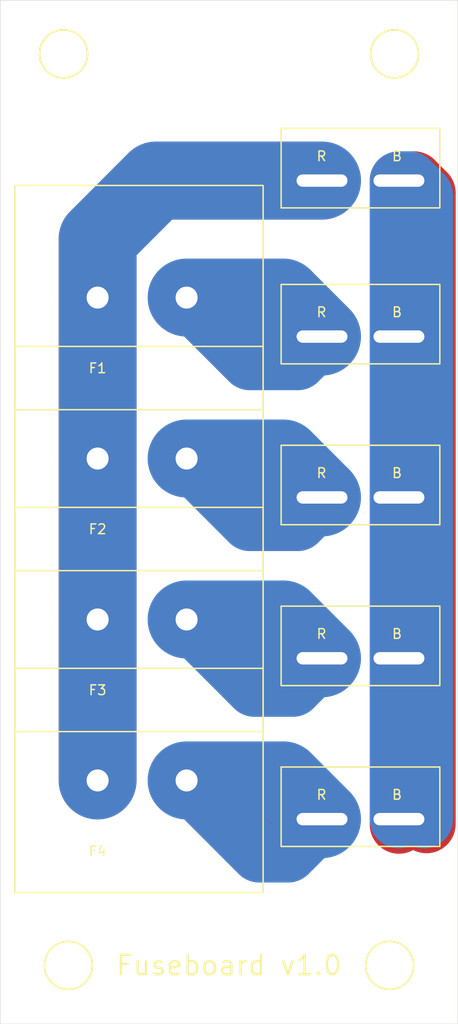
<source format=kicad_pcb>
(kicad_pcb (version 20171130) (host pcbnew 5.1.2-f72e74a~84~ubuntu18.04.1)

  (general
    (thickness 1.6)
    (drawings 5)
    (tracks 68)
    (zones 0)
    (modules 13)
    (nets 7)
  )

  (page A4)
  (layers
    (0 F.Cu signal)
    (31 B.Cu signal)
    (32 B.Adhes user)
    (33 F.Adhes user)
    (34 B.Paste user)
    (35 F.Paste user)
    (36 B.SilkS user)
    (37 F.SilkS user)
    (38 B.Mask user)
    (39 F.Mask user)
    (40 Dwgs.User user)
    (41 Cmts.User user)
    (42 Eco1.User user)
    (43 Eco2.User user)
    (44 Edge.Cuts user)
    (45 Margin user)
    (46 B.CrtYd user)
    (47 F.CrtYd user)
    (48 B.Fab user)
    (49 F.Fab user)
  )

  (setup
    (last_trace_width 6)
    (user_trace_width 0.5)
    (user_trace_width 0.75)
    (user_trace_width 1)
    (user_trace_width 2)
    (user_trace_width 3)
    (user_trace_width 4)
    (user_trace_width 5)
    (user_trace_width 6)
    (user_trace_width 8)
    (user_trace_width 10)
    (trace_clearance 0.2)
    (zone_clearance 0.508)
    (zone_45_only no)
    (trace_min 0.2)
    (via_size 0.8)
    (via_drill 0.4)
    (via_min_size 0.4)
    (via_min_drill 0.3)
    (uvia_size 0.3)
    (uvia_drill 0.1)
    (uvias_allowed no)
    (uvia_min_size 0.2)
    (uvia_min_drill 0.1)
    (edge_width 0.05)
    (segment_width 0.2)
    (pcb_text_width 0.3)
    (pcb_text_size 1.5 1.5)
    (mod_edge_width 0.12)
    (mod_text_size 1 1)
    (mod_text_width 0.15)
    (pad_size 1.524 1.524)
    (pad_drill 0.762)
    (pad_to_mask_clearance 0.051)
    (solder_mask_min_width 0.25)
    (aux_axis_origin 0 0)
    (visible_elements FFFFFF7F)
    (pcbplotparams
      (layerselection 0x010fc_ffffffff)
      (usegerberextensions false)
      (usegerberattributes false)
      (usegerberadvancedattributes false)
      (creategerberjobfile false)
      (excludeedgelayer true)
      (linewidth 0.100000)
      (plotframeref false)
      (viasonmask false)
      (mode 1)
      (useauxorigin false)
      (hpglpennumber 1)
      (hpglpenspeed 20)
      (hpglpendiameter 15.000000)
      (psnegative false)
      (psa4output false)
      (plotreference false)
      (plotvalue false)
      (plotinvisibletext false)
      (padsonsilk false)
      (subtractmaskfromsilk false)
      (outputformat 1)
      (mirror false)
      (drillshape 0)
      (scaleselection 1)
      (outputdirectory "gerber"))
  )

  (net 0 "")
  (net 1 "Net-(F1-Pad1)")
  (net 2 "Net-(F1-Pad2)")
  (net 3 "Net-(F2-Pad2)")
  (net 4 "Net-(F3-Pad2)")
  (net 5 "Net-(F4-Pad2)")
  (net 6 "Net-(J1-Pad2)")

  (net_class Default "This is the default net class."
    (clearance 0.2)
    (trace_width 0.25)
    (via_dia 0.8)
    (via_drill 0.4)
    (uvia_dia 0.3)
    (uvia_drill 0.1)
    (add_net "Net-(F1-Pad1)")
    (add_net "Net-(F1-Pad2)")
    (add_net "Net-(F2-Pad2)")
    (add_net "Net-(F3-Pad2)")
    (add_net "Net-(F4-Pad2)")
    (add_net "Net-(J1-Pad2)")
  )

  (module homebrew:KEYSTONE_3560_ATC_FUSE (layer F.Cu) (tedit 5CD25E1F) (tstamp 5CD38087)
    (at 85 85)
    (path /5CD4A729)
    (fp_text reference F1 (at 0 7.25) (layer F.SilkS)
      (effects (font (size 1 1) (thickness 0.15)))
    )
    (fp_text value POWER_FUSE (at 3.75 -8.25) (layer F.Fab)
      (effects (font (size 1 1) (thickness 0.15)))
    )
    (fp_line (start -8.5 -11.5) (end -8.5 11.5) (layer F.SilkS) (width 0.15))
    (fp_line (start -8.5 11.5) (end 17 11.5) (layer F.SilkS) (width 0.15))
    (fp_line (start 17 11.5) (end 17 -11.5) (layer F.SilkS) (width 0.15))
    (fp_line (start 17 -11.5) (end -8.5 -11.5) (layer F.SilkS) (width 0.15))
    (pad 1 thru_hole circle (at 0 0) (size 3.3 3.3) (drill 2.26) (layers *.Cu *.Mask)
      (net 1 "Net-(F1-Pad1)"))
    (pad 2 thru_hole circle (at 9.14 0) (size 3.3 3.3) (drill 2.26) (layers *.Cu *.Mask)
      (net 2 "Net-(F1-Pad2)"))
  )

  (module homebrew:KEYSTONE_3560_ATC_FUSE (layer F.Cu) (tedit 5CD25E1F) (tstamp 5CD38091)
    (at 85 101.51)
    (path /5CD4BB7F)
    (fp_text reference F2 (at 0 7.25) (layer F.SilkS)
      (effects (font (size 1 1) (thickness 0.15)))
    )
    (fp_text value POWER_FUSE (at 3.75 -8.25) (layer F.Fab)
      (effects (font (size 1 1) (thickness 0.15)))
    )
    (fp_line (start 17 -11.5) (end -8.5 -11.5) (layer F.SilkS) (width 0.15))
    (fp_line (start 17 11.5) (end 17 -11.5) (layer F.SilkS) (width 0.15))
    (fp_line (start -8.5 11.5) (end 17 11.5) (layer F.SilkS) (width 0.15))
    (fp_line (start -8.5 -11.5) (end -8.5 11.5) (layer F.SilkS) (width 0.15))
    (pad 2 thru_hole circle (at 9.14 0) (size 3.3 3.3) (drill 2.26) (layers *.Cu *.Mask)
      (net 3 "Net-(F2-Pad2)"))
    (pad 1 thru_hole circle (at 0 0) (size 3.3 3.3) (drill 2.26) (layers *.Cu *.Mask)
      (net 1 "Net-(F1-Pad1)"))
  )

  (module homebrew:KEYSTONE_3560_ATC_FUSE (layer F.Cu) (tedit 5CD25E1F) (tstamp 5CD3809B)
    (at 85 118.02)
    (path /5CD4C703)
    (fp_text reference F3 (at 0 7.25) (layer F.SilkS)
      (effects (font (size 1 1) (thickness 0.15)))
    )
    (fp_text value POWER_FUSE (at 3.75 -8.25) (layer F.Fab)
      (effects (font (size 1 1) (thickness 0.15)))
    )
    (fp_line (start -8.5 -11.5) (end -8.5 11.5) (layer F.SilkS) (width 0.15))
    (fp_line (start -8.5 11.5) (end 17 11.5) (layer F.SilkS) (width 0.15))
    (fp_line (start 17 11.5) (end 17 -11.5) (layer F.SilkS) (width 0.15))
    (fp_line (start 17 -11.5) (end -8.5 -11.5) (layer F.SilkS) (width 0.15))
    (pad 1 thru_hole circle (at 0 0) (size 3.3 3.3) (drill 2.26) (layers *.Cu *.Mask)
      (net 1 "Net-(F1-Pad1)"))
    (pad 2 thru_hole circle (at 9.14 0) (size 3.3 3.3) (drill 2.26) (layers *.Cu *.Mask)
      (net 4 "Net-(F3-Pad2)"))
  )

  (module homebrew:KEYSTONE_3560_ATC_FUSE (layer F.Cu) (tedit 5CD25E1F) (tstamp 5CD380A5)
    (at 85 134.53)
    (path /5CD4CE76)
    (fp_text reference F4 (at 0 7.25) (layer F.SilkS)
      (effects (font (size 1 1) (thickness 0.15)))
    )
    (fp_text value POWER_FUSE (at 3.75 -8.25) (layer F.Fab)
      (effects (font (size 1 1) (thickness 0.15)))
    )
    (fp_line (start 17 -11.5) (end -8.5 -11.5) (layer F.SilkS) (width 0.15))
    (fp_line (start 17 11.5) (end 17 -11.5) (layer F.SilkS) (width 0.15))
    (fp_line (start -8.5 11.5) (end 17 11.5) (layer F.SilkS) (width 0.15))
    (fp_line (start -8.5 -11.5) (end -8.5 11.5) (layer F.SilkS) (width 0.15))
    (pad 2 thru_hole circle (at 9.14 0) (size 3.3 3.3) (drill 2.26) (layers *.Cu *.Mask)
      (net 5 "Net-(F4-Pad2)"))
    (pad 1 thru_hole circle (at 0 0) (size 3.3 3.3) (drill 2.26) (layers *.Cu *.Mask)
      (net 1 "Net-(F1-Pad1)"))
  )

  (module homebrew:HOLE_M4 (layer F.Cu) (tedit 5AC2F5D3) (tstamp 5CD380AD)
    (at 82 153.5)
    (path /5CD388ED)
    (fp_text reference H1 (at 0 4.25) (layer F.SilkS) hide
      (effects (font (size 1 1) (thickness 0.15)))
    )
    (fp_text value HOLE (at 0 -4.5) (layer F.Fab) hide
      (effects (font (size 1 1) (thickness 0.15)))
    )
    (fp_circle (center 0 0) (end 1 2.25) (layer F.SilkS) (width 0.2))
    (fp_circle (center 0 0) (end 0 4.5) (layer F.CrtYd) (width 0.15))
    (fp_circle (center 0 0) (end 0 4.5) (layer B.CrtYd) (width 0.15))
    (pad "" np_thru_hole circle (at 0 0) (size 4.5 4.5) (drill 4.5) (layers *.Cu *.Mask)
      (clearance 2.2))
  )

  (module homebrew:HOLE_M4 (layer F.Cu) (tedit 5AC2F5D3) (tstamp 5CD380B5)
    (at 81.5 60)
    (path /5CD39232)
    (fp_text reference H2 (at 0 4.25) (layer F.SilkS) hide
      (effects (font (size 1 1) (thickness 0.15)))
    )
    (fp_text value HOLE (at 0 -4.5) (layer F.Fab) hide
      (effects (font (size 1 1) (thickness 0.15)))
    )
    (fp_circle (center 0 0) (end 0 4.5) (layer B.CrtYd) (width 0.15))
    (fp_circle (center 0 0) (end 0 4.5) (layer F.CrtYd) (width 0.15))
    (fp_circle (center 0 0) (end 1 2.25) (layer F.SilkS) (width 0.2))
    (pad "" np_thru_hole circle (at 0 0) (size 4.5 4.5) (drill 4.5) (layers *.Cu *.Mask)
      (clearance 2.2))
  )

  (module homebrew:HOLE_M4 (layer F.Cu) (tedit 5AC2F5D3) (tstamp 5CD380BD)
    (at 115.5 60)
    (path /5CD393CF)
    (fp_text reference H3 (at 0 4.25) (layer F.SilkS) hide
      (effects (font (size 1 1) (thickness 0.15)))
    )
    (fp_text value HOLE (at 0 -4.5) (layer F.Fab) hide
      (effects (font (size 1 1) (thickness 0.15)))
    )
    (fp_circle (center 0 0) (end 1 2.25) (layer F.SilkS) (width 0.2))
    (fp_circle (center 0 0) (end 0 4.5) (layer F.CrtYd) (width 0.15))
    (fp_circle (center 0 0) (end 0 4.5) (layer B.CrtYd) (width 0.15))
    (pad "" np_thru_hole circle (at 0 0) (size 4.5 4.5) (drill 4.5) (layers *.Cu *.Mask)
      (clearance 2.2))
  )

  (module homebrew:HOLE_M4 (layer F.Cu) (tedit 5AC2F5D3) (tstamp 5CD380C5)
    (at 115 153.5)
    (path /5CD39ABD)
    (fp_text reference H4 (at 0 4.25) (layer F.SilkS) hide
      (effects (font (size 1 1) (thickness 0.15)))
    )
    (fp_text value HOLE (at 0 -4.5) (layer F.Fab) hide
      (effects (font (size 1 1) (thickness 0.15)))
    )
    (fp_circle (center 0 0) (end 0 4.5) (layer B.CrtYd) (width 0.15))
    (fp_circle (center 0 0) (end 0 4.5) (layer F.CrtYd) (width 0.15))
    (fp_circle (center 0 0) (end 1 2.25) (layer F.SilkS) (width 0.2))
    (pad "" np_thru_hole circle (at 0 0) (size 4.5 4.5) (drill 4.5) (layers *.Cu *.Mask)
      (clearance 2.2))
  )

  (module homebrew:Anderson_1337G3_straight_two (layer F.Cu) (tedit 5B4EC5E0) (tstamp 5CD380D1)
    (at 112 73)
    (path /5CD4A100)
    (fp_text reference J1 (at 0 3.75) (layer F.SilkS) hide
      (effects (font (size 1 1) (thickness 0.15)))
    )
    (fp_text value Anderson_two_redblack (at 0 -6.25 180) (layer F.Fab)
      (effects (font (size 1 1) (thickness 0.15)))
    )
    (fp_text user R (at -4 -2.5) (layer F.SilkS)
      (effects (font (size 1 1) (thickness 0.15)))
    )
    (fp_line (start 8.15 -5.35) (end 8.15 2.8) (layer F.SilkS) (width 0.15))
    (fp_line (start 8.15 2.8) (end -8.15 2.8) (layer F.SilkS) (width 0.15))
    (fp_line (start -8.15 2.8) (end -8.15 -5.35) (layer F.SilkS) (width 0.15))
    (fp_line (start -8.15 -5.35) (end 8.15 -5.35) (layer F.SilkS) (width 0.15))
    (fp_text user B (at 3.75 -2.5) (layer F.SilkS)
      (effects (font (size 1 1) (thickness 0.15)))
    )
    (pad 1 thru_hole oval (at -3.95 0) (size 5.93 1.97) (drill oval 5.23 1.27) (layers *.Cu *.Mask)
      (net 1 "Net-(F1-Pad1)"))
    (pad 2 thru_hole oval (at 3.95 0) (size 5.93 1.97) (drill oval 5.23 1.27) (layers *.Cu *.Mask)
      (net 6 "Net-(J1-Pad2)"))
  )

  (module homebrew:Anderson_1337G3_straight_two (layer F.Cu) (tedit 5B4EC5E0) (tstamp 5CD380DD)
    (at 112 89)
    (path /5CD4AC45)
    (fp_text reference J2 (at 0 3.75) (layer F.SilkS) hide
      (effects (font (size 1 1) (thickness 0.15)))
    )
    (fp_text value Anderson_two_redblack (at 0 -6.25 180) (layer F.Fab)
      (effects (font (size 1 1) (thickness 0.15)))
    )
    (fp_text user B (at 3.75 -2.5) (layer F.SilkS)
      (effects (font (size 1 1) (thickness 0.15)))
    )
    (fp_line (start -8.15 -5.35) (end 8.15 -5.35) (layer F.SilkS) (width 0.15))
    (fp_line (start -8.15 2.8) (end -8.15 -5.35) (layer F.SilkS) (width 0.15))
    (fp_line (start 8.15 2.8) (end -8.15 2.8) (layer F.SilkS) (width 0.15))
    (fp_line (start 8.15 -5.35) (end 8.15 2.8) (layer F.SilkS) (width 0.15))
    (fp_text user R (at -4 -2.5) (layer F.SilkS)
      (effects (font (size 1 1) (thickness 0.15)))
    )
    (pad 2 thru_hole oval (at 3.95 0) (size 5.93 1.97) (drill oval 5.23 1.27) (layers *.Cu *.Mask)
      (net 6 "Net-(J1-Pad2)"))
    (pad 1 thru_hole oval (at -3.95 0) (size 5.93 1.97) (drill oval 5.23 1.27) (layers *.Cu *.Mask)
      (net 2 "Net-(F1-Pad2)"))
  )

  (module homebrew:Anderson_1337G3_straight_two (layer F.Cu) (tedit 5B4EC5E0) (tstamp 5CD380E9)
    (at 112 105.5)
    (path /5CD4BE86)
    (fp_text reference J3 (at 0 3.75) (layer F.SilkS) hide
      (effects (font (size 1 1) (thickness 0.15)))
    )
    (fp_text value Anderson_two_redblack (at 0 -6.25 180) (layer F.Fab)
      (effects (font (size 1 1) (thickness 0.15)))
    )
    (fp_text user R (at -4 -2.5) (layer F.SilkS)
      (effects (font (size 1 1) (thickness 0.15)))
    )
    (fp_line (start 8.15 -5.35) (end 8.15 2.8) (layer F.SilkS) (width 0.15))
    (fp_line (start 8.15 2.8) (end -8.15 2.8) (layer F.SilkS) (width 0.15))
    (fp_line (start -8.15 2.8) (end -8.15 -5.35) (layer F.SilkS) (width 0.15))
    (fp_line (start -8.15 -5.35) (end 8.15 -5.35) (layer F.SilkS) (width 0.15))
    (fp_text user B (at 3.75 -2.5) (layer F.SilkS)
      (effects (font (size 1 1) (thickness 0.15)))
    )
    (pad 1 thru_hole oval (at -3.95 0) (size 5.93 1.97) (drill oval 5.23 1.27) (layers *.Cu *.Mask)
      (net 3 "Net-(F2-Pad2)"))
    (pad 2 thru_hole oval (at 3.95 0) (size 5.93 1.97) (drill oval 5.23 1.27) (layers *.Cu *.Mask)
      (net 6 "Net-(J1-Pad2)"))
  )

  (module homebrew:Anderson_1337G3_straight_two (layer F.Cu) (tedit 5B4EC5E0) (tstamp 5CD38495)
    (at 112 122)
    (path /5CD4D259)
    (fp_text reference J4 (at 0 3.75) (layer F.SilkS) hide
      (effects (font (size 1 1) (thickness 0.15)))
    )
    (fp_text value Anderson_two_redblack (at 0 -6.25 180) (layer F.Fab)
      (effects (font (size 1 1) (thickness 0.15)))
    )
    (fp_text user B (at 3.75 -2.5) (layer F.SilkS)
      (effects (font (size 1 1) (thickness 0.15)))
    )
    (fp_line (start -8.15 -5.35) (end 8.15 -5.35) (layer F.SilkS) (width 0.15))
    (fp_line (start -8.15 2.8) (end -8.15 -5.35) (layer F.SilkS) (width 0.15))
    (fp_line (start 8.15 2.8) (end -8.15 2.8) (layer F.SilkS) (width 0.15))
    (fp_line (start 8.15 -5.35) (end 8.15 2.8) (layer F.SilkS) (width 0.15))
    (fp_text user R (at -4 -2.5) (layer F.SilkS)
      (effects (font (size 1 1) (thickness 0.15)))
    )
    (pad 2 thru_hole oval (at 3.95 0) (size 5.93 1.97) (drill oval 5.23 1.27) (layers *.Cu *.Mask)
      (net 6 "Net-(J1-Pad2)"))
    (pad 1 thru_hole oval (at -3.95 0) (size 5.93 1.97) (drill oval 5.23 1.27) (layers *.Cu *.Mask)
      (net 4 "Net-(F3-Pad2)"))
  )

  (module homebrew:Anderson_1337G3_straight_two (layer F.Cu) (tedit 5B4EC5E0) (tstamp 5CD384D9)
    (at 112 138.5)
    (path /5CD4D6BF)
    (fp_text reference J5 (at 0 3.75) (layer F.SilkS) hide
      (effects (font (size 1 1) (thickness 0.15)))
    )
    (fp_text value Anderson_two_redblack (at 0 -6.25 180) (layer F.Fab)
      (effects (font (size 1 1) (thickness 0.15)))
    )
    (fp_text user R (at -4 -2.5) (layer F.SilkS)
      (effects (font (size 1 1) (thickness 0.15)))
    )
    (fp_line (start 8.15 -5.35) (end 8.15 2.8) (layer F.SilkS) (width 0.15))
    (fp_line (start 8.15 2.8) (end -8.15 2.8) (layer F.SilkS) (width 0.15))
    (fp_line (start -8.15 2.8) (end -8.15 -5.35) (layer F.SilkS) (width 0.15))
    (fp_line (start -8.15 -5.35) (end 8.15 -5.35) (layer F.SilkS) (width 0.15))
    (fp_text user B (at 3.75 -2.5) (layer F.SilkS)
      (effects (font (size 1 1) (thickness 0.15)))
    )
    (pad 1 thru_hole oval (at -3.95 0) (size 5.93 1.97) (drill oval 5.23 1.27) (layers *.Cu *.Mask)
      (net 5 "Net-(F4-Pad2)"))
    (pad 2 thru_hole oval (at 3.95 0) (size 5.93 1.97) (drill oval 5.23 1.27) (layers *.Cu *.Mask)
      (net 6 "Net-(J1-Pad2)"))
  )

  (gr_text "Fuseboard v1.0" (at 98.5 153.5) (layer F.SilkS)
    (effects (font (size 2 2) (thickness 0.25)))
  )
  (gr_line (start 122 54.5) (end 75 54.5) (layer Edge.Cuts) (width 0.05))
  (gr_line (start 122 159.5) (end 122 54.5) (layer Edge.Cuts) (width 0.05))
  (gr_line (start 75 159.5) (end 122 159.5) (layer Edge.Cuts) (width 0.05))
  (gr_line (start 75 54.5) (end 75 159.5) (layer Edge.Cuts) (width 0.05))

  (segment (start 85 101.51) (end 85 116) (width 8) (layer F.Cu) (net 1))
  (segment (start 85 116) (end 85 134.53) (width 8) (layer F.Cu) (net 1))
  (segment (start 85 79) (end 85 85) (width 8) (layer B.Cu) (net 1))
  (segment (start 108.05 73) (end 91 73) (width 8) (layer B.Cu) (net 1))
  (segment (start 91 73) (end 85 79) (width 8) (layer B.Cu) (net 1))
  (segment (start 85 85) (end 85 101.51) (width 8) (layer B.Cu) (net 1))
  (segment (start 85 101.51) (end 85 118.02) (width 8) (layer B.Cu) (net 1))
  (segment (start 85 118.02) (end 85 134.53) (width 8) (layer B.Cu) (net 1))
  (segment (start 108.05 73) (end 91 73) (width 8) (layer F.Cu) (net 1))
  (segment (start 85 79) (end 85 85) (width 8) (layer F.Cu) (net 1))
  (segment (start 91 73) (end 85 79) (width 8) (layer F.Cu) (net 1))
  (segment (start 85 85) (end 85 101.51) (width 8) (layer F.Cu) (net 1))
  (segment (start 94.14 85) (end 104.05 85) (width 8) (layer B.Cu) (net 2))
  (segment (start 104.05 85) (end 108.05 89) (width 8) (layer B.Cu) (net 2))
  (segment (start 94.14 85) (end 100.64 91.5) (width 6) (layer B.Cu) (net 2))
  (segment (start 105.55 91.5) (end 108.05 89) (width 6) (layer B.Cu) (net 2))
  (segment (start 100.64 91.5) (end 105.55 91.5) (width 6) (layer B.Cu) (net 2))
  (segment (start 94.14 85) (end 100.14 91) (width 6) (layer F.Cu) (net 2))
  (segment (start 106.05 91) (end 108.05 89) (width 6) (layer F.Cu) (net 2))
  (segment (start 100.14 91) (end 106.05 91) (width 6) (layer F.Cu) (net 2))
  (segment (start 104.05 85) (end 108.05 89) (width 6) (layer F.Cu) (net 2))
  (segment (start 94.14 85) (end 104.05 85) (width 6) (layer F.Cu) (net 2))
  (segment (start 104.06 101.51) (end 108.05 105.5) (width 8) (layer B.Cu) (net 3))
  (segment (start 94.14 101.51) (end 104.06 101.51) (width 8) (layer B.Cu) (net 3))
  (segment (start 94.14 101.51) (end 100.63 108) (width 6) (layer B.Cu) (net 3))
  (segment (start 105.55 108) (end 108.05 105.5) (width 6) (layer B.Cu) (net 3))
  (segment (start 100.63 108) (end 105.55 108) (width 6) (layer B.Cu) (net 3))
  (segment (start 96.473452 101.51) (end 101 106.036548) (width 6) (layer F.Cu) (net 3))
  (segment (start 94.14 101.51) (end 96.473452 101.51) (width 6) (layer F.Cu) (net 3))
  (segment (start 107.513452 106.036548) (end 108.05 105.5) (width 6) (layer F.Cu) (net 3))
  (segment (start 101 106.036548) (end 107.513452 106.036548) (width 6) (layer F.Cu) (net 3))
  (segment (start 102.986904 101.51) (end 107.513452 106.036548) (width 6) (layer F.Cu) (net 3))
  (segment (start 96.473452 101.51) (end 102.986904 101.51) (width 6) (layer F.Cu) (net 3))
  (segment (start 104.07 118.02) (end 108.05 122) (width 8) (layer B.Cu) (net 4))
  (segment (start 94.14 118.02) (end 104.07 118.02) (width 8) (layer B.Cu) (net 4))
  (segment (start 94.14 118.02) (end 101.12 125) (width 6) (layer B.Cu) (net 4))
  (segment (start 105.05 125) (end 108.05 122) (width 6) (layer B.Cu) (net 4))
  (segment (start 101.12 125) (end 105.05 125) (width 6) (layer B.Cu) (net 4))
  (segment (start 96.473452 118.02) (end 101 122.546548) (width 6) (layer F.Cu) (net 4))
  (segment (start 94.14 118.02) (end 96.473452 118.02) (width 6) (layer F.Cu) (net 4))
  (segment (start 107.503452 122.546548) (end 108.05 122) (width 6) (layer F.Cu) (net 4))
  (segment (start 101 122.546548) (end 107.503452 122.546548) (width 6) (layer F.Cu) (net 4))
  (segment (start 102.976904 118.02) (end 107.503452 122.546548) (width 6) (layer F.Cu) (net 4))
  (segment (start 94.14 118.02) (end 102.976904 118.02) (width 6) (layer F.Cu) (net 4))
  (segment (start 104.08 134.53) (end 108.05 138.5) (width 8) (layer B.Cu) (net 5))
  (segment (start 94.14 134.53) (end 104.08 134.53) (width 8) (layer B.Cu) (net 5))
  (segment (start 94.14 134.53) (end 101.61 142) (width 6) (layer B.Cu) (net 5))
  (segment (start 104.55 142) (end 108.05 138.5) (width 6) (layer B.Cu) (net 5))
  (segment (start 101.61 142) (end 104.55 142) (width 6) (layer B.Cu) (net 5))
  (segment (start 94.14 134.53) (end 101.11 141.5) (width 6) (layer F.Cu) (net 5))
  (segment (start 105.05 141.5) (end 108.05 138.5) (width 6) (layer F.Cu) (net 5))
  (segment (start 101.11 141.5) (end 105.05 141.5) (width 6) (layer F.Cu) (net 5))
  (segment (start 104.08 134.53) (end 108.05 138.5) (width 6) (layer F.Cu) (net 5))
  (segment (start 94.14 134.53) (end 104.08 134.53) (width 6) (layer F.Cu) (net 5))
  (segment (start 115.95 73) (end 115.95 89) (width 6) (layer B.Cu) (net 6))
  (segment (start 115.95 89) (end 115.95 105.5) (width 6) (layer B.Cu) (net 6))
  (segment (start 115.95 105.5) (end 115.95 122) (width 6) (layer B.Cu) (net 6))
  (segment (start 115.95 122) (end 115.95 138.5) (width 6) (layer B.Cu) (net 6))
  (segment (start 115.95 73) (end 117 73) (width 6) (layer B.Cu) (net 6))
  (segment (start 117 73) (end 118.5 74.5) (width 6) (layer B.Cu) (net 6))
  (segment (start 118.5 74.5) (end 118.5 138.5) (width 6) (layer B.Cu) (net 6))
  (segment (start 115.95 73) (end 117.5 73) (width 6) (layer F.Cu) (net 6))
  (segment (start 117.5 73) (end 118.77499 74.27499) (width 6) (layer F.Cu) (net 6))
  (segment (start 118.77499 74.27499) (end 118.77499 139) (width 6) (layer F.Cu) (net 6))
  (segment (start 115.95 73) (end 115.95 89) (width 6) (layer F.Cu) (net 6))
  (segment (start 115.95 89) (end 115.95 105.5) (width 6) (layer F.Cu) (net 6))
  (segment (start 115.95 105.5) (end 115.95 122) (width 6) (layer F.Cu) (net 6))
  (segment (start 115.95 122) (end 115.95 139.05) (width 6) (layer F.Cu) (net 6))

)

</source>
